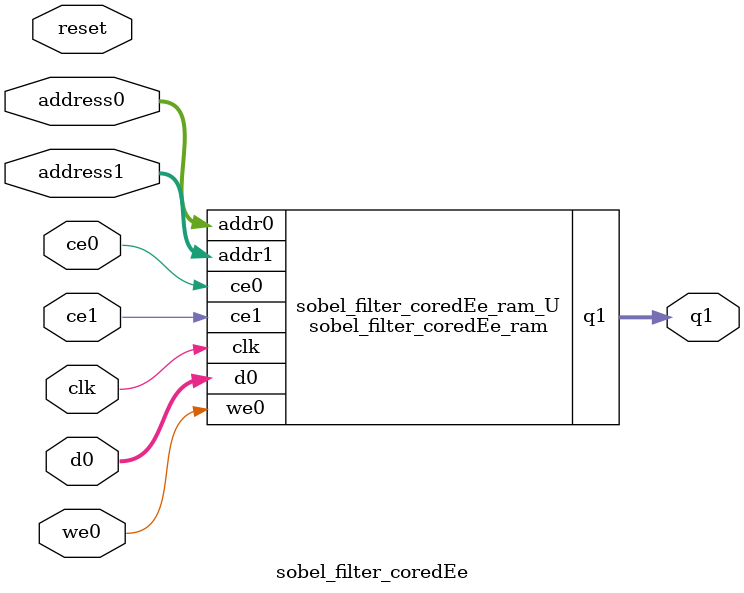
<source format=v>

`timescale 1 ns / 1 ps
module sobel_filter_coredEe_ram (addr0, ce0, d0, we0, addr1, ce1, q1,  clk);

parameter DWIDTH = 8;
parameter AWIDTH = 11;
parameter MEM_SIZE = 1920;

input[AWIDTH-1:0] addr0;
input ce0;
input[DWIDTH-1:0] d0;
input we0;
input[AWIDTH-1:0] addr1;
input ce1;
output reg[DWIDTH-1:0] q1;
input clk;

(* ram_style = "block" *)reg [DWIDTH-1:0] ram[0:MEM_SIZE-1];




always @(posedge clk)  
begin 
    if (ce0) 
    begin
        if (we0) 
        begin 
            ram[addr0] <= d0; 
        end 
    end
end


always @(posedge clk)  
begin 
    if (ce1) 
    begin
            q1 <= ram[addr1];
    end
end


endmodule


`timescale 1 ns / 1 ps
module sobel_filter_coredEe(
    reset,
    clk,
    address0,
    ce0,
    we0,
    d0,
    address1,
    ce1,
    q1);

parameter DataWidth = 32'd8;
parameter AddressRange = 32'd1920;
parameter AddressWidth = 32'd11;
input reset;
input clk;
input[AddressWidth - 1:0] address0;
input ce0;
input we0;
input[DataWidth - 1:0] d0;
input[AddressWidth - 1:0] address1;
input ce1;
output[DataWidth - 1:0] q1;



sobel_filter_coredEe_ram sobel_filter_coredEe_ram_U(
    .clk( clk ),
    .addr0( address0 ),
    .ce0( ce0 ),
    .d0( d0 ),
    .we0( we0 ),
    .addr1( address1 ),
    .ce1( ce1 ),
    .q1( q1 ));

endmodule


</source>
